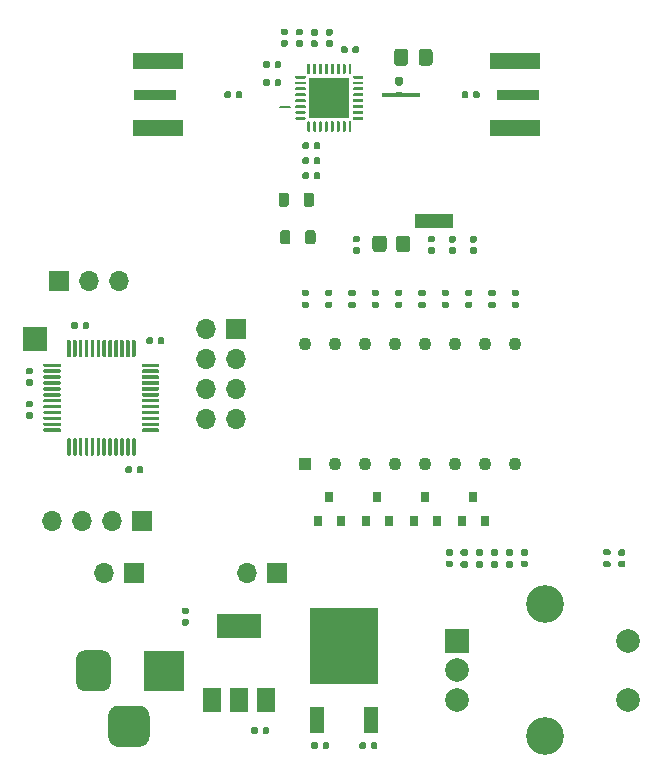
<source format=gts>
G04 #@! TF.GenerationSoftware,KiCad,Pcbnew,(5.1.10)-1*
G04 #@! TF.CreationDate,2021-09-22T21:53:00-04:00*
G04 #@! TF.ProjectId,rf-vga,72662d76-6761-42e6-9b69-6361645f7063,rev?*
G04 #@! TF.SameCoordinates,Original*
G04 #@! TF.FileFunction,Soldermask,Top*
G04 #@! TF.FilePolarity,Negative*
%FSLAX46Y46*%
G04 Gerber Fmt 4.6, Leading zero omitted, Abs format (unit mm)*
G04 Created by KiCad (PCBNEW (5.1.10)-1) date 2021-09-22 21:53:00*
%MOMM*%
%LPD*%
G01*
G04 APERTURE LIST*
%ADD10C,0.150000*%
%ADD11O,1.700000X1.700000*%
%ADD12R,1.700000X1.700000*%
%ADD13R,3.300000X1.270000*%
%ADD14R,3.300000X0.400000*%
%ADD15R,3.500000X3.500000*%
%ADD16R,2.000000X2.000000*%
%ADD17C,2.000000*%
%ADD18C,3.200000*%
%ADD19R,5.800000X6.400000*%
%ADD20R,1.200000X2.200000*%
%ADD21R,3.600000X0.900000*%
%ADD22R,4.200000X1.350000*%
%ADD23R,1.500000X2.000000*%
%ADD24R,3.800000X2.000000*%
%ADD25R,3.450000X3.450000*%
%ADD26R,0.800000X0.900000*%
%ADD27C,1.100000*%
%ADD28R,1.100000X1.100000*%
G04 APERTURE END LIST*
D10*
X186309000Y-79248000D02*
X187198000Y-79248000D01*
G36*
G01*
X195348400Y-90405799D02*
X195348400Y-91305801D01*
G75*
G02*
X195098401Y-91555800I-249999J0D01*
G01*
X194398399Y-91555800D01*
G75*
G02*
X194148400Y-91305801I0J249999D01*
G01*
X194148400Y-90405799D01*
G75*
G02*
X194398399Y-90155800I249999J0D01*
G01*
X195098401Y-90155800D01*
G75*
G02*
X195348400Y-90405799I0J-249999D01*
G01*
G37*
G36*
G01*
X197348400Y-90405799D02*
X197348400Y-91305801D01*
G75*
G02*
X197098401Y-91555800I-249999J0D01*
G01*
X196398399Y-91555800D01*
G75*
G02*
X196148400Y-91305801I0J249999D01*
G01*
X196148400Y-90405799D01*
G75*
G02*
X196398399Y-90155800I249999J0D01*
G01*
X197098401Y-90155800D01*
G75*
G02*
X197348400Y-90405799I0J-249999D01*
G01*
G37*
G36*
G01*
X187208000Y-89915750D02*
X187208000Y-90678250D01*
G75*
G02*
X186989250Y-90897000I-218750J0D01*
G01*
X186551750Y-90897000D01*
G75*
G02*
X186333000Y-90678250I0J218750D01*
G01*
X186333000Y-89915750D01*
G75*
G02*
X186551750Y-89697000I218750J0D01*
G01*
X186989250Y-89697000D01*
G75*
G02*
X187208000Y-89915750I0J-218750D01*
G01*
G37*
G36*
G01*
X189333000Y-89915750D02*
X189333000Y-90678250D01*
G75*
G02*
X189114250Y-90897000I-218750J0D01*
G01*
X188676750Y-90897000D01*
G75*
G02*
X188458000Y-90678250I0J218750D01*
G01*
X188458000Y-89915750D01*
G75*
G02*
X188676750Y-89697000I218750J0D01*
G01*
X189114250Y-89697000D01*
G75*
G02*
X189333000Y-89915750I0J-218750D01*
G01*
G37*
G36*
G01*
X187081000Y-86740750D02*
X187081000Y-87503250D01*
G75*
G02*
X186862250Y-87722000I-218750J0D01*
G01*
X186424750Y-87722000D01*
G75*
G02*
X186206000Y-87503250I0J218750D01*
G01*
X186206000Y-86740750D01*
G75*
G02*
X186424750Y-86522000I218750J0D01*
G01*
X186862250Y-86522000D01*
G75*
G02*
X187081000Y-86740750I0J-218750D01*
G01*
G37*
G36*
G01*
X189206000Y-86740750D02*
X189206000Y-87503250D01*
G75*
G02*
X188987250Y-87722000I-218750J0D01*
G01*
X188549750Y-87722000D01*
G75*
G02*
X188331000Y-87503250I0J218750D01*
G01*
X188331000Y-86740750D01*
G75*
G02*
X188549750Y-86522000I218750J0D01*
G01*
X188987250Y-86522000D01*
G75*
G02*
X189206000Y-86740750I0J-218750D01*
G01*
G37*
G36*
G01*
X198062000Y-75531725D02*
X198062000Y-74582275D01*
G75*
G02*
X198312275Y-74332000I250275J0D01*
G01*
X198986725Y-74332000D01*
G75*
G02*
X199237000Y-74582275I0J-250275D01*
G01*
X199237000Y-75531725D01*
G75*
G02*
X198986725Y-75782000I-250275J0D01*
G01*
X198312275Y-75782000D01*
G75*
G02*
X198062000Y-75531725I0J250275D01*
G01*
G37*
G36*
G01*
X195987000Y-75532000D02*
X195987000Y-74582000D01*
G75*
G02*
X196237000Y-74332000I250000J0D01*
G01*
X196912000Y-74332000D01*
G75*
G02*
X197162000Y-74582000I0J-250000D01*
G01*
X197162000Y-75532000D01*
G75*
G02*
X196912000Y-75782000I-250000J0D01*
G01*
X196237000Y-75782000D01*
G75*
G02*
X195987000Y-75532000I0J250000D01*
G01*
G37*
G36*
G01*
X196578200Y-77462880D02*
X196258200Y-77462880D01*
G75*
G02*
X196098200Y-77302880I0J160000D01*
G01*
X196098200Y-76857880D01*
G75*
G02*
X196258200Y-76697880I160000J0D01*
G01*
X196578200Y-76697880D01*
G75*
G02*
X196738200Y-76857880I0J-160000D01*
G01*
X196738200Y-77302880D01*
G75*
G02*
X196578200Y-77462880I-160000J0D01*
G01*
G37*
G36*
G01*
X196668200Y-78425380D02*
X196168200Y-78425380D01*
G75*
G02*
X196068200Y-78325380I0J100000D01*
G01*
X196068200Y-78125380D01*
G75*
G02*
X196168200Y-78025380I100000J0D01*
G01*
X196668200Y-78025380D01*
G75*
G02*
X196768200Y-78125380I0J-100000D01*
G01*
X196768200Y-78325380D01*
G75*
G02*
X196668200Y-78425380I-100000J0D01*
G01*
G37*
G36*
G01*
X175968000Y-99230000D02*
X175968000Y-98890000D01*
G75*
G02*
X176108000Y-98750000I140000J0D01*
G01*
X176388000Y-98750000D01*
G75*
G02*
X176528000Y-98890000I0J-140000D01*
G01*
X176528000Y-99230000D01*
G75*
G02*
X176388000Y-99370000I-140000J0D01*
G01*
X176108000Y-99370000D01*
G75*
G02*
X175968000Y-99230000I0J140000D01*
G01*
G37*
G36*
G01*
X175008000Y-99230000D02*
X175008000Y-98890000D01*
G75*
G02*
X175148000Y-98750000I140000J0D01*
G01*
X175428000Y-98750000D01*
G75*
G02*
X175568000Y-98890000I0J-140000D01*
G01*
X175568000Y-99230000D01*
G75*
G02*
X175428000Y-99370000I-140000J0D01*
G01*
X175148000Y-99370000D01*
G75*
G02*
X175008000Y-99230000I0J140000D01*
G01*
G37*
G36*
G01*
X168296000Y-100386000D02*
X168296000Y-99061000D01*
G75*
G02*
X168371000Y-98986000I75000J0D01*
G01*
X168521000Y-98986000D01*
G75*
G02*
X168596000Y-99061000I0J-75000D01*
G01*
X168596000Y-100386000D01*
G75*
G02*
X168521000Y-100461000I-75000J0D01*
G01*
X168371000Y-100461000D01*
G75*
G02*
X168296000Y-100386000I0J75000D01*
G01*
G37*
G36*
G01*
X168796000Y-100386000D02*
X168796000Y-99061000D01*
G75*
G02*
X168871000Y-98986000I75000J0D01*
G01*
X169021000Y-98986000D01*
G75*
G02*
X169096000Y-99061000I0J-75000D01*
G01*
X169096000Y-100386000D01*
G75*
G02*
X169021000Y-100461000I-75000J0D01*
G01*
X168871000Y-100461000D01*
G75*
G02*
X168796000Y-100386000I0J75000D01*
G01*
G37*
G36*
G01*
X169296000Y-100386000D02*
X169296000Y-99061000D01*
G75*
G02*
X169371000Y-98986000I75000J0D01*
G01*
X169521000Y-98986000D01*
G75*
G02*
X169596000Y-99061000I0J-75000D01*
G01*
X169596000Y-100386000D01*
G75*
G02*
X169521000Y-100461000I-75000J0D01*
G01*
X169371000Y-100461000D01*
G75*
G02*
X169296000Y-100386000I0J75000D01*
G01*
G37*
G36*
G01*
X169796000Y-100386000D02*
X169796000Y-99061000D01*
G75*
G02*
X169871000Y-98986000I75000J0D01*
G01*
X170021000Y-98986000D01*
G75*
G02*
X170096000Y-99061000I0J-75000D01*
G01*
X170096000Y-100386000D01*
G75*
G02*
X170021000Y-100461000I-75000J0D01*
G01*
X169871000Y-100461000D01*
G75*
G02*
X169796000Y-100386000I0J75000D01*
G01*
G37*
G36*
G01*
X170296000Y-100386000D02*
X170296000Y-99061000D01*
G75*
G02*
X170371000Y-98986000I75000J0D01*
G01*
X170521000Y-98986000D01*
G75*
G02*
X170596000Y-99061000I0J-75000D01*
G01*
X170596000Y-100386000D01*
G75*
G02*
X170521000Y-100461000I-75000J0D01*
G01*
X170371000Y-100461000D01*
G75*
G02*
X170296000Y-100386000I0J75000D01*
G01*
G37*
G36*
G01*
X170796000Y-100386000D02*
X170796000Y-99061000D01*
G75*
G02*
X170871000Y-98986000I75000J0D01*
G01*
X171021000Y-98986000D01*
G75*
G02*
X171096000Y-99061000I0J-75000D01*
G01*
X171096000Y-100386000D01*
G75*
G02*
X171021000Y-100461000I-75000J0D01*
G01*
X170871000Y-100461000D01*
G75*
G02*
X170796000Y-100386000I0J75000D01*
G01*
G37*
G36*
G01*
X171296000Y-100386000D02*
X171296000Y-99061000D01*
G75*
G02*
X171371000Y-98986000I75000J0D01*
G01*
X171521000Y-98986000D01*
G75*
G02*
X171596000Y-99061000I0J-75000D01*
G01*
X171596000Y-100386000D01*
G75*
G02*
X171521000Y-100461000I-75000J0D01*
G01*
X171371000Y-100461000D01*
G75*
G02*
X171296000Y-100386000I0J75000D01*
G01*
G37*
G36*
G01*
X171796000Y-100386000D02*
X171796000Y-99061000D01*
G75*
G02*
X171871000Y-98986000I75000J0D01*
G01*
X172021000Y-98986000D01*
G75*
G02*
X172096000Y-99061000I0J-75000D01*
G01*
X172096000Y-100386000D01*
G75*
G02*
X172021000Y-100461000I-75000J0D01*
G01*
X171871000Y-100461000D01*
G75*
G02*
X171796000Y-100386000I0J75000D01*
G01*
G37*
G36*
G01*
X172296000Y-100386000D02*
X172296000Y-99061000D01*
G75*
G02*
X172371000Y-98986000I75000J0D01*
G01*
X172521000Y-98986000D01*
G75*
G02*
X172596000Y-99061000I0J-75000D01*
G01*
X172596000Y-100386000D01*
G75*
G02*
X172521000Y-100461000I-75000J0D01*
G01*
X172371000Y-100461000D01*
G75*
G02*
X172296000Y-100386000I0J75000D01*
G01*
G37*
G36*
G01*
X172796000Y-100386000D02*
X172796000Y-99061000D01*
G75*
G02*
X172871000Y-98986000I75000J0D01*
G01*
X173021000Y-98986000D01*
G75*
G02*
X173096000Y-99061000I0J-75000D01*
G01*
X173096000Y-100386000D01*
G75*
G02*
X173021000Y-100461000I-75000J0D01*
G01*
X172871000Y-100461000D01*
G75*
G02*
X172796000Y-100386000I0J75000D01*
G01*
G37*
G36*
G01*
X173296000Y-100386000D02*
X173296000Y-99061000D01*
G75*
G02*
X173371000Y-98986000I75000J0D01*
G01*
X173521000Y-98986000D01*
G75*
G02*
X173596000Y-99061000I0J-75000D01*
G01*
X173596000Y-100386000D01*
G75*
G02*
X173521000Y-100461000I-75000J0D01*
G01*
X173371000Y-100461000D01*
G75*
G02*
X173296000Y-100386000I0J75000D01*
G01*
G37*
G36*
G01*
X173796000Y-100386000D02*
X173796000Y-99061000D01*
G75*
G02*
X173871000Y-98986000I75000J0D01*
G01*
X174021000Y-98986000D01*
G75*
G02*
X174096000Y-99061000I0J-75000D01*
G01*
X174096000Y-100386000D01*
G75*
G02*
X174021000Y-100461000I-75000J0D01*
G01*
X173871000Y-100461000D01*
G75*
G02*
X173796000Y-100386000I0J75000D01*
G01*
G37*
G36*
G01*
X174621000Y-101211000D02*
X174621000Y-101061000D01*
G75*
G02*
X174696000Y-100986000I75000J0D01*
G01*
X176021000Y-100986000D01*
G75*
G02*
X176096000Y-101061000I0J-75000D01*
G01*
X176096000Y-101211000D01*
G75*
G02*
X176021000Y-101286000I-75000J0D01*
G01*
X174696000Y-101286000D01*
G75*
G02*
X174621000Y-101211000I0J75000D01*
G01*
G37*
G36*
G01*
X174621000Y-101711000D02*
X174621000Y-101561000D01*
G75*
G02*
X174696000Y-101486000I75000J0D01*
G01*
X176021000Y-101486000D01*
G75*
G02*
X176096000Y-101561000I0J-75000D01*
G01*
X176096000Y-101711000D01*
G75*
G02*
X176021000Y-101786000I-75000J0D01*
G01*
X174696000Y-101786000D01*
G75*
G02*
X174621000Y-101711000I0J75000D01*
G01*
G37*
G36*
G01*
X174621000Y-102211000D02*
X174621000Y-102061000D01*
G75*
G02*
X174696000Y-101986000I75000J0D01*
G01*
X176021000Y-101986000D01*
G75*
G02*
X176096000Y-102061000I0J-75000D01*
G01*
X176096000Y-102211000D01*
G75*
G02*
X176021000Y-102286000I-75000J0D01*
G01*
X174696000Y-102286000D01*
G75*
G02*
X174621000Y-102211000I0J75000D01*
G01*
G37*
G36*
G01*
X174621000Y-102711000D02*
X174621000Y-102561000D01*
G75*
G02*
X174696000Y-102486000I75000J0D01*
G01*
X176021000Y-102486000D01*
G75*
G02*
X176096000Y-102561000I0J-75000D01*
G01*
X176096000Y-102711000D01*
G75*
G02*
X176021000Y-102786000I-75000J0D01*
G01*
X174696000Y-102786000D01*
G75*
G02*
X174621000Y-102711000I0J75000D01*
G01*
G37*
G36*
G01*
X174621000Y-103211000D02*
X174621000Y-103061000D01*
G75*
G02*
X174696000Y-102986000I75000J0D01*
G01*
X176021000Y-102986000D01*
G75*
G02*
X176096000Y-103061000I0J-75000D01*
G01*
X176096000Y-103211000D01*
G75*
G02*
X176021000Y-103286000I-75000J0D01*
G01*
X174696000Y-103286000D01*
G75*
G02*
X174621000Y-103211000I0J75000D01*
G01*
G37*
G36*
G01*
X174621000Y-103711000D02*
X174621000Y-103561000D01*
G75*
G02*
X174696000Y-103486000I75000J0D01*
G01*
X176021000Y-103486000D01*
G75*
G02*
X176096000Y-103561000I0J-75000D01*
G01*
X176096000Y-103711000D01*
G75*
G02*
X176021000Y-103786000I-75000J0D01*
G01*
X174696000Y-103786000D01*
G75*
G02*
X174621000Y-103711000I0J75000D01*
G01*
G37*
G36*
G01*
X174621000Y-104211000D02*
X174621000Y-104061000D01*
G75*
G02*
X174696000Y-103986000I75000J0D01*
G01*
X176021000Y-103986000D01*
G75*
G02*
X176096000Y-104061000I0J-75000D01*
G01*
X176096000Y-104211000D01*
G75*
G02*
X176021000Y-104286000I-75000J0D01*
G01*
X174696000Y-104286000D01*
G75*
G02*
X174621000Y-104211000I0J75000D01*
G01*
G37*
G36*
G01*
X174621000Y-104711000D02*
X174621000Y-104561000D01*
G75*
G02*
X174696000Y-104486000I75000J0D01*
G01*
X176021000Y-104486000D01*
G75*
G02*
X176096000Y-104561000I0J-75000D01*
G01*
X176096000Y-104711000D01*
G75*
G02*
X176021000Y-104786000I-75000J0D01*
G01*
X174696000Y-104786000D01*
G75*
G02*
X174621000Y-104711000I0J75000D01*
G01*
G37*
G36*
G01*
X174621000Y-105211000D02*
X174621000Y-105061000D01*
G75*
G02*
X174696000Y-104986000I75000J0D01*
G01*
X176021000Y-104986000D01*
G75*
G02*
X176096000Y-105061000I0J-75000D01*
G01*
X176096000Y-105211000D01*
G75*
G02*
X176021000Y-105286000I-75000J0D01*
G01*
X174696000Y-105286000D01*
G75*
G02*
X174621000Y-105211000I0J75000D01*
G01*
G37*
G36*
G01*
X174621000Y-105711000D02*
X174621000Y-105561000D01*
G75*
G02*
X174696000Y-105486000I75000J0D01*
G01*
X176021000Y-105486000D01*
G75*
G02*
X176096000Y-105561000I0J-75000D01*
G01*
X176096000Y-105711000D01*
G75*
G02*
X176021000Y-105786000I-75000J0D01*
G01*
X174696000Y-105786000D01*
G75*
G02*
X174621000Y-105711000I0J75000D01*
G01*
G37*
G36*
G01*
X174621000Y-106211000D02*
X174621000Y-106061000D01*
G75*
G02*
X174696000Y-105986000I75000J0D01*
G01*
X176021000Y-105986000D01*
G75*
G02*
X176096000Y-106061000I0J-75000D01*
G01*
X176096000Y-106211000D01*
G75*
G02*
X176021000Y-106286000I-75000J0D01*
G01*
X174696000Y-106286000D01*
G75*
G02*
X174621000Y-106211000I0J75000D01*
G01*
G37*
G36*
G01*
X174621000Y-106711000D02*
X174621000Y-106561000D01*
G75*
G02*
X174696000Y-106486000I75000J0D01*
G01*
X176021000Y-106486000D01*
G75*
G02*
X176096000Y-106561000I0J-75000D01*
G01*
X176096000Y-106711000D01*
G75*
G02*
X176021000Y-106786000I-75000J0D01*
G01*
X174696000Y-106786000D01*
G75*
G02*
X174621000Y-106711000I0J75000D01*
G01*
G37*
G36*
G01*
X173796000Y-108711000D02*
X173796000Y-107386000D01*
G75*
G02*
X173871000Y-107311000I75000J0D01*
G01*
X174021000Y-107311000D01*
G75*
G02*
X174096000Y-107386000I0J-75000D01*
G01*
X174096000Y-108711000D01*
G75*
G02*
X174021000Y-108786000I-75000J0D01*
G01*
X173871000Y-108786000D01*
G75*
G02*
X173796000Y-108711000I0J75000D01*
G01*
G37*
G36*
G01*
X173296000Y-108711000D02*
X173296000Y-107386000D01*
G75*
G02*
X173371000Y-107311000I75000J0D01*
G01*
X173521000Y-107311000D01*
G75*
G02*
X173596000Y-107386000I0J-75000D01*
G01*
X173596000Y-108711000D01*
G75*
G02*
X173521000Y-108786000I-75000J0D01*
G01*
X173371000Y-108786000D01*
G75*
G02*
X173296000Y-108711000I0J75000D01*
G01*
G37*
G36*
G01*
X172796000Y-108711000D02*
X172796000Y-107386000D01*
G75*
G02*
X172871000Y-107311000I75000J0D01*
G01*
X173021000Y-107311000D01*
G75*
G02*
X173096000Y-107386000I0J-75000D01*
G01*
X173096000Y-108711000D01*
G75*
G02*
X173021000Y-108786000I-75000J0D01*
G01*
X172871000Y-108786000D01*
G75*
G02*
X172796000Y-108711000I0J75000D01*
G01*
G37*
G36*
G01*
X172296000Y-108711000D02*
X172296000Y-107386000D01*
G75*
G02*
X172371000Y-107311000I75000J0D01*
G01*
X172521000Y-107311000D01*
G75*
G02*
X172596000Y-107386000I0J-75000D01*
G01*
X172596000Y-108711000D01*
G75*
G02*
X172521000Y-108786000I-75000J0D01*
G01*
X172371000Y-108786000D01*
G75*
G02*
X172296000Y-108711000I0J75000D01*
G01*
G37*
G36*
G01*
X171796000Y-108711000D02*
X171796000Y-107386000D01*
G75*
G02*
X171871000Y-107311000I75000J0D01*
G01*
X172021000Y-107311000D01*
G75*
G02*
X172096000Y-107386000I0J-75000D01*
G01*
X172096000Y-108711000D01*
G75*
G02*
X172021000Y-108786000I-75000J0D01*
G01*
X171871000Y-108786000D01*
G75*
G02*
X171796000Y-108711000I0J75000D01*
G01*
G37*
G36*
G01*
X171296000Y-108711000D02*
X171296000Y-107386000D01*
G75*
G02*
X171371000Y-107311000I75000J0D01*
G01*
X171521000Y-107311000D01*
G75*
G02*
X171596000Y-107386000I0J-75000D01*
G01*
X171596000Y-108711000D01*
G75*
G02*
X171521000Y-108786000I-75000J0D01*
G01*
X171371000Y-108786000D01*
G75*
G02*
X171296000Y-108711000I0J75000D01*
G01*
G37*
G36*
G01*
X170796000Y-108711000D02*
X170796000Y-107386000D01*
G75*
G02*
X170871000Y-107311000I75000J0D01*
G01*
X171021000Y-107311000D01*
G75*
G02*
X171096000Y-107386000I0J-75000D01*
G01*
X171096000Y-108711000D01*
G75*
G02*
X171021000Y-108786000I-75000J0D01*
G01*
X170871000Y-108786000D01*
G75*
G02*
X170796000Y-108711000I0J75000D01*
G01*
G37*
G36*
G01*
X170296000Y-108711000D02*
X170296000Y-107386000D01*
G75*
G02*
X170371000Y-107311000I75000J0D01*
G01*
X170521000Y-107311000D01*
G75*
G02*
X170596000Y-107386000I0J-75000D01*
G01*
X170596000Y-108711000D01*
G75*
G02*
X170521000Y-108786000I-75000J0D01*
G01*
X170371000Y-108786000D01*
G75*
G02*
X170296000Y-108711000I0J75000D01*
G01*
G37*
G36*
G01*
X169796000Y-108711000D02*
X169796000Y-107386000D01*
G75*
G02*
X169871000Y-107311000I75000J0D01*
G01*
X170021000Y-107311000D01*
G75*
G02*
X170096000Y-107386000I0J-75000D01*
G01*
X170096000Y-108711000D01*
G75*
G02*
X170021000Y-108786000I-75000J0D01*
G01*
X169871000Y-108786000D01*
G75*
G02*
X169796000Y-108711000I0J75000D01*
G01*
G37*
G36*
G01*
X169296000Y-108711000D02*
X169296000Y-107386000D01*
G75*
G02*
X169371000Y-107311000I75000J0D01*
G01*
X169521000Y-107311000D01*
G75*
G02*
X169596000Y-107386000I0J-75000D01*
G01*
X169596000Y-108711000D01*
G75*
G02*
X169521000Y-108786000I-75000J0D01*
G01*
X169371000Y-108786000D01*
G75*
G02*
X169296000Y-108711000I0J75000D01*
G01*
G37*
G36*
G01*
X168796000Y-108711000D02*
X168796000Y-107386000D01*
G75*
G02*
X168871000Y-107311000I75000J0D01*
G01*
X169021000Y-107311000D01*
G75*
G02*
X169096000Y-107386000I0J-75000D01*
G01*
X169096000Y-108711000D01*
G75*
G02*
X169021000Y-108786000I-75000J0D01*
G01*
X168871000Y-108786000D01*
G75*
G02*
X168796000Y-108711000I0J75000D01*
G01*
G37*
G36*
G01*
X168296000Y-108711000D02*
X168296000Y-107386000D01*
G75*
G02*
X168371000Y-107311000I75000J0D01*
G01*
X168521000Y-107311000D01*
G75*
G02*
X168596000Y-107386000I0J-75000D01*
G01*
X168596000Y-108711000D01*
G75*
G02*
X168521000Y-108786000I-75000J0D01*
G01*
X168371000Y-108786000D01*
G75*
G02*
X168296000Y-108711000I0J75000D01*
G01*
G37*
G36*
G01*
X166296000Y-106711000D02*
X166296000Y-106561000D01*
G75*
G02*
X166371000Y-106486000I75000J0D01*
G01*
X167696000Y-106486000D01*
G75*
G02*
X167771000Y-106561000I0J-75000D01*
G01*
X167771000Y-106711000D01*
G75*
G02*
X167696000Y-106786000I-75000J0D01*
G01*
X166371000Y-106786000D01*
G75*
G02*
X166296000Y-106711000I0J75000D01*
G01*
G37*
G36*
G01*
X166296000Y-106211000D02*
X166296000Y-106061000D01*
G75*
G02*
X166371000Y-105986000I75000J0D01*
G01*
X167696000Y-105986000D01*
G75*
G02*
X167771000Y-106061000I0J-75000D01*
G01*
X167771000Y-106211000D01*
G75*
G02*
X167696000Y-106286000I-75000J0D01*
G01*
X166371000Y-106286000D01*
G75*
G02*
X166296000Y-106211000I0J75000D01*
G01*
G37*
G36*
G01*
X166296000Y-105711000D02*
X166296000Y-105561000D01*
G75*
G02*
X166371000Y-105486000I75000J0D01*
G01*
X167696000Y-105486000D01*
G75*
G02*
X167771000Y-105561000I0J-75000D01*
G01*
X167771000Y-105711000D01*
G75*
G02*
X167696000Y-105786000I-75000J0D01*
G01*
X166371000Y-105786000D01*
G75*
G02*
X166296000Y-105711000I0J75000D01*
G01*
G37*
G36*
G01*
X166296000Y-105211000D02*
X166296000Y-105061000D01*
G75*
G02*
X166371000Y-104986000I75000J0D01*
G01*
X167696000Y-104986000D01*
G75*
G02*
X167771000Y-105061000I0J-75000D01*
G01*
X167771000Y-105211000D01*
G75*
G02*
X167696000Y-105286000I-75000J0D01*
G01*
X166371000Y-105286000D01*
G75*
G02*
X166296000Y-105211000I0J75000D01*
G01*
G37*
G36*
G01*
X166296000Y-104711000D02*
X166296000Y-104561000D01*
G75*
G02*
X166371000Y-104486000I75000J0D01*
G01*
X167696000Y-104486000D01*
G75*
G02*
X167771000Y-104561000I0J-75000D01*
G01*
X167771000Y-104711000D01*
G75*
G02*
X167696000Y-104786000I-75000J0D01*
G01*
X166371000Y-104786000D01*
G75*
G02*
X166296000Y-104711000I0J75000D01*
G01*
G37*
G36*
G01*
X166296000Y-104211000D02*
X166296000Y-104061000D01*
G75*
G02*
X166371000Y-103986000I75000J0D01*
G01*
X167696000Y-103986000D01*
G75*
G02*
X167771000Y-104061000I0J-75000D01*
G01*
X167771000Y-104211000D01*
G75*
G02*
X167696000Y-104286000I-75000J0D01*
G01*
X166371000Y-104286000D01*
G75*
G02*
X166296000Y-104211000I0J75000D01*
G01*
G37*
G36*
G01*
X166296000Y-103711000D02*
X166296000Y-103561000D01*
G75*
G02*
X166371000Y-103486000I75000J0D01*
G01*
X167696000Y-103486000D01*
G75*
G02*
X167771000Y-103561000I0J-75000D01*
G01*
X167771000Y-103711000D01*
G75*
G02*
X167696000Y-103786000I-75000J0D01*
G01*
X166371000Y-103786000D01*
G75*
G02*
X166296000Y-103711000I0J75000D01*
G01*
G37*
G36*
G01*
X166296000Y-103211000D02*
X166296000Y-103061000D01*
G75*
G02*
X166371000Y-102986000I75000J0D01*
G01*
X167696000Y-102986000D01*
G75*
G02*
X167771000Y-103061000I0J-75000D01*
G01*
X167771000Y-103211000D01*
G75*
G02*
X167696000Y-103286000I-75000J0D01*
G01*
X166371000Y-103286000D01*
G75*
G02*
X166296000Y-103211000I0J75000D01*
G01*
G37*
G36*
G01*
X166296000Y-102711000D02*
X166296000Y-102561000D01*
G75*
G02*
X166371000Y-102486000I75000J0D01*
G01*
X167696000Y-102486000D01*
G75*
G02*
X167771000Y-102561000I0J-75000D01*
G01*
X167771000Y-102711000D01*
G75*
G02*
X167696000Y-102786000I-75000J0D01*
G01*
X166371000Y-102786000D01*
G75*
G02*
X166296000Y-102711000I0J75000D01*
G01*
G37*
G36*
G01*
X166296000Y-102211000D02*
X166296000Y-102061000D01*
G75*
G02*
X166371000Y-101986000I75000J0D01*
G01*
X167696000Y-101986000D01*
G75*
G02*
X167771000Y-102061000I0J-75000D01*
G01*
X167771000Y-102211000D01*
G75*
G02*
X167696000Y-102286000I-75000J0D01*
G01*
X166371000Y-102286000D01*
G75*
G02*
X166296000Y-102211000I0J75000D01*
G01*
G37*
G36*
G01*
X166296000Y-101711000D02*
X166296000Y-101561000D01*
G75*
G02*
X166371000Y-101486000I75000J0D01*
G01*
X167696000Y-101486000D01*
G75*
G02*
X167771000Y-101561000I0J-75000D01*
G01*
X167771000Y-101711000D01*
G75*
G02*
X167696000Y-101786000I-75000J0D01*
G01*
X166371000Y-101786000D01*
G75*
G02*
X166296000Y-101711000I0J75000D01*
G01*
G37*
G36*
G01*
X166296000Y-101211000D02*
X166296000Y-101061000D01*
G75*
G02*
X166371000Y-100986000I75000J0D01*
G01*
X167696000Y-100986000D01*
G75*
G02*
X167771000Y-101061000I0J-75000D01*
G01*
X167771000Y-101211000D01*
G75*
G02*
X167696000Y-101286000I-75000J0D01*
G01*
X166371000Y-101286000D01*
G75*
G02*
X166296000Y-101211000I0J75000D01*
G01*
G37*
D11*
X180086000Y-105664000D03*
X182626000Y-105664000D03*
X180086000Y-103124000D03*
X182626000Y-103124000D03*
X180086000Y-100584000D03*
X182626000Y-100584000D03*
X180086000Y-98044000D03*
D12*
X182626000Y-98044000D03*
G36*
G01*
X194209665Y-95744000D02*
X194579665Y-95744000D01*
G75*
G02*
X194714665Y-95879000I0J-135000D01*
G01*
X194714665Y-96149000D01*
G75*
G02*
X194579665Y-96284000I-135000J0D01*
G01*
X194209665Y-96284000D01*
G75*
G02*
X194074665Y-96149000I0J135000D01*
G01*
X194074665Y-95879000D01*
G75*
G02*
X194209665Y-95744000I135000J0D01*
G01*
G37*
G36*
G01*
X194209665Y-94724000D02*
X194579665Y-94724000D01*
G75*
G02*
X194714665Y-94859000I0J-135000D01*
G01*
X194714665Y-95129000D01*
G75*
G02*
X194579665Y-95264000I-135000J0D01*
G01*
X194209665Y-95264000D01*
G75*
G02*
X194074665Y-95129000I0J135000D01*
G01*
X194074665Y-94859000D01*
G75*
G02*
X194209665Y-94724000I135000J0D01*
G01*
G37*
G36*
G01*
X188283000Y-95744000D02*
X188653000Y-95744000D01*
G75*
G02*
X188788000Y-95879000I0J-135000D01*
G01*
X188788000Y-96149000D01*
G75*
G02*
X188653000Y-96284000I-135000J0D01*
G01*
X188283000Y-96284000D01*
G75*
G02*
X188148000Y-96149000I0J135000D01*
G01*
X188148000Y-95879000D01*
G75*
G02*
X188283000Y-95744000I135000J0D01*
G01*
G37*
G36*
G01*
X188283000Y-94724000D02*
X188653000Y-94724000D01*
G75*
G02*
X188788000Y-94859000I0J-135000D01*
G01*
X188788000Y-95129000D01*
G75*
G02*
X188653000Y-95264000I-135000J0D01*
G01*
X188283000Y-95264000D01*
G75*
G02*
X188148000Y-95129000I0J135000D01*
G01*
X188148000Y-94859000D01*
G75*
G02*
X188283000Y-94724000I135000J0D01*
G01*
G37*
G36*
G01*
X196185220Y-95744000D02*
X196555220Y-95744000D01*
G75*
G02*
X196690220Y-95879000I0J-135000D01*
G01*
X196690220Y-96149000D01*
G75*
G02*
X196555220Y-96284000I-135000J0D01*
G01*
X196185220Y-96284000D01*
G75*
G02*
X196050220Y-96149000I0J135000D01*
G01*
X196050220Y-95879000D01*
G75*
G02*
X196185220Y-95744000I135000J0D01*
G01*
G37*
G36*
G01*
X196185220Y-94724000D02*
X196555220Y-94724000D01*
G75*
G02*
X196690220Y-94859000I0J-135000D01*
G01*
X196690220Y-95129000D01*
G75*
G02*
X196555220Y-95264000I-135000J0D01*
G01*
X196185220Y-95264000D01*
G75*
G02*
X196050220Y-95129000I0J135000D01*
G01*
X196050220Y-94859000D01*
G75*
G02*
X196185220Y-94724000I135000J0D01*
G01*
G37*
G36*
G01*
X192234110Y-95744000D02*
X192604110Y-95744000D01*
G75*
G02*
X192739110Y-95879000I0J-135000D01*
G01*
X192739110Y-96149000D01*
G75*
G02*
X192604110Y-96284000I-135000J0D01*
G01*
X192234110Y-96284000D01*
G75*
G02*
X192099110Y-96149000I0J135000D01*
G01*
X192099110Y-95879000D01*
G75*
G02*
X192234110Y-95744000I135000J0D01*
G01*
G37*
G36*
G01*
X192234110Y-94724000D02*
X192604110Y-94724000D01*
G75*
G02*
X192739110Y-94859000I0J-135000D01*
G01*
X192739110Y-95129000D01*
G75*
G02*
X192604110Y-95264000I-135000J0D01*
G01*
X192234110Y-95264000D01*
G75*
G02*
X192099110Y-95129000I0J135000D01*
G01*
X192099110Y-94859000D01*
G75*
G02*
X192234110Y-94724000I135000J0D01*
G01*
G37*
G36*
G01*
X200136330Y-95744000D02*
X200506330Y-95744000D01*
G75*
G02*
X200641330Y-95879000I0J-135000D01*
G01*
X200641330Y-96149000D01*
G75*
G02*
X200506330Y-96284000I-135000J0D01*
G01*
X200136330Y-96284000D01*
G75*
G02*
X200001330Y-96149000I0J135000D01*
G01*
X200001330Y-95879000D01*
G75*
G02*
X200136330Y-95744000I135000J0D01*
G01*
G37*
G36*
G01*
X200136330Y-94724000D02*
X200506330Y-94724000D01*
G75*
G02*
X200641330Y-94859000I0J-135000D01*
G01*
X200641330Y-95129000D01*
G75*
G02*
X200506330Y-95264000I-135000J0D01*
G01*
X200136330Y-95264000D01*
G75*
G02*
X200001330Y-95129000I0J135000D01*
G01*
X200001330Y-94859000D01*
G75*
G02*
X200136330Y-94724000I135000J0D01*
G01*
G37*
G36*
G01*
X202111885Y-95744000D02*
X202481885Y-95744000D01*
G75*
G02*
X202616885Y-95879000I0J-135000D01*
G01*
X202616885Y-96149000D01*
G75*
G02*
X202481885Y-96284000I-135000J0D01*
G01*
X202111885Y-96284000D01*
G75*
G02*
X201976885Y-96149000I0J135000D01*
G01*
X201976885Y-95879000D01*
G75*
G02*
X202111885Y-95744000I135000J0D01*
G01*
G37*
G36*
G01*
X202111885Y-94724000D02*
X202481885Y-94724000D01*
G75*
G02*
X202616885Y-94859000I0J-135000D01*
G01*
X202616885Y-95129000D01*
G75*
G02*
X202481885Y-95264000I-135000J0D01*
G01*
X202111885Y-95264000D01*
G75*
G02*
X201976885Y-95129000I0J135000D01*
G01*
X201976885Y-94859000D01*
G75*
G02*
X202111885Y-94724000I135000J0D01*
G01*
G37*
G36*
G01*
X190258555Y-95744000D02*
X190628555Y-95744000D01*
G75*
G02*
X190763555Y-95879000I0J-135000D01*
G01*
X190763555Y-96149000D01*
G75*
G02*
X190628555Y-96284000I-135000J0D01*
G01*
X190258555Y-96284000D01*
G75*
G02*
X190123555Y-96149000I0J135000D01*
G01*
X190123555Y-95879000D01*
G75*
G02*
X190258555Y-95744000I135000J0D01*
G01*
G37*
G36*
G01*
X190258555Y-94724000D02*
X190628555Y-94724000D01*
G75*
G02*
X190763555Y-94859000I0J-135000D01*
G01*
X190763555Y-95129000D01*
G75*
G02*
X190628555Y-95264000I-135000J0D01*
G01*
X190258555Y-95264000D01*
G75*
G02*
X190123555Y-95129000I0J135000D01*
G01*
X190123555Y-94859000D01*
G75*
G02*
X190258555Y-94724000I135000J0D01*
G01*
G37*
G36*
G01*
X203383000Y-117255000D02*
X203013000Y-117255000D01*
G75*
G02*
X202878000Y-117120000I0J135000D01*
G01*
X202878000Y-116850000D01*
G75*
G02*
X203013000Y-116715000I135000J0D01*
G01*
X203383000Y-116715000D01*
G75*
G02*
X203518000Y-116850000I0J-135000D01*
G01*
X203518000Y-117120000D01*
G75*
G02*
X203383000Y-117255000I-135000J0D01*
G01*
G37*
G36*
G01*
X203383000Y-118275000D02*
X203013000Y-118275000D01*
G75*
G02*
X202878000Y-118140000I0J135000D01*
G01*
X202878000Y-117870000D01*
G75*
G02*
X203013000Y-117735000I135000J0D01*
G01*
X203383000Y-117735000D01*
G75*
G02*
X203518000Y-117870000I0J-135000D01*
G01*
X203518000Y-118140000D01*
G75*
G02*
X203383000Y-118275000I-135000J0D01*
G01*
G37*
G36*
G01*
X204087440Y-95744000D02*
X204457440Y-95744000D01*
G75*
G02*
X204592440Y-95879000I0J-135000D01*
G01*
X204592440Y-96149000D01*
G75*
G02*
X204457440Y-96284000I-135000J0D01*
G01*
X204087440Y-96284000D01*
G75*
G02*
X203952440Y-96149000I0J135000D01*
G01*
X203952440Y-95879000D01*
G75*
G02*
X204087440Y-95744000I135000J0D01*
G01*
G37*
G36*
G01*
X204087440Y-94724000D02*
X204457440Y-94724000D01*
G75*
G02*
X204592440Y-94859000I0J-135000D01*
G01*
X204592440Y-95129000D01*
G75*
G02*
X204457440Y-95264000I-135000J0D01*
G01*
X204087440Y-95264000D01*
G75*
G02*
X203952440Y-95129000I0J135000D01*
G01*
X203952440Y-94859000D01*
G75*
G02*
X204087440Y-94724000I135000J0D01*
G01*
G37*
G36*
G01*
X204657000Y-117255000D02*
X204287000Y-117255000D01*
G75*
G02*
X204152000Y-117120000I0J135000D01*
G01*
X204152000Y-116850000D01*
G75*
G02*
X204287000Y-116715000I135000J0D01*
G01*
X204657000Y-116715000D01*
G75*
G02*
X204792000Y-116850000I0J-135000D01*
G01*
X204792000Y-117120000D01*
G75*
G02*
X204657000Y-117255000I-135000J0D01*
G01*
G37*
G36*
G01*
X204657000Y-118275000D02*
X204287000Y-118275000D01*
G75*
G02*
X204152000Y-118140000I0J135000D01*
G01*
X204152000Y-117870000D01*
G75*
G02*
X204287000Y-117735000I135000J0D01*
G01*
X204657000Y-117735000D01*
G75*
G02*
X204792000Y-117870000I0J-135000D01*
G01*
X204792000Y-118140000D01*
G75*
G02*
X204657000Y-118275000I-135000J0D01*
G01*
G37*
G36*
G01*
X198160775Y-95744000D02*
X198530775Y-95744000D01*
G75*
G02*
X198665775Y-95879000I0J-135000D01*
G01*
X198665775Y-96149000D01*
G75*
G02*
X198530775Y-96284000I-135000J0D01*
G01*
X198160775Y-96284000D01*
G75*
G02*
X198025775Y-96149000I0J135000D01*
G01*
X198025775Y-95879000D01*
G75*
G02*
X198160775Y-95744000I135000J0D01*
G01*
G37*
G36*
G01*
X198160775Y-94724000D02*
X198530775Y-94724000D01*
G75*
G02*
X198665775Y-94859000I0J-135000D01*
G01*
X198665775Y-95129000D01*
G75*
G02*
X198530775Y-95264000I-135000J0D01*
G01*
X198160775Y-95264000D01*
G75*
G02*
X198025775Y-95129000I0J135000D01*
G01*
X198025775Y-94859000D01*
G75*
G02*
X198160775Y-94724000I135000J0D01*
G01*
G37*
G36*
G01*
X206063000Y-95744000D02*
X206433000Y-95744000D01*
G75*
G02*
X206568000Y-95879000I0J-135000D01*
G01*
X206568000Y-96149000D01*
G75*
G02*
X206433000Y-96284000I-135000J0D01*
G01*
X206063000Y-96284000D01*
G75*
G02*
X205928000Y-96149000I0J135000D01*
G01*
X205928000Y-95879000D01*
G75*
G02*
X206063000Y-95744000I135000J0D01*
G01*
G37*
G36*
G01*
X206063000Y-94724000D02*
X206433000Y-94724000D01*
G75*
G02*
X206568000Y-94859000I0J-135000D01*
G01*
X206568000Y-95129000D01*
G75*
G02*
X206433000Y-95264000I-135000J0D01*
G01*
X206063000Y-95264000D01*
G75*
G02*
X205928000Y-95129000I0J135000D01*
G01*
X205928000Y-94859000D01*
G75*
G02*
X206063000Y-94724000I135000J0D01*
G01*
G37*
G36*
G01*
X201739000Y-117735000D02*
X202109000Y-117735000D01*
G75*
G02*
X202244000Y-117870000I0J-135000D01*
G01*
X202244000Y-118140000D01*
G75*
G02*
X202109000Y-118275000I-135000J0D01*
G01*
X201739000Y-118275000D01*
G75*
G02*
X201604000Y-118140000I0J135000D01*
G01*
X201604000Y-117870000D01*
G75*
G02*
X201739000Y-117735000I135000J0D01*
G01*
G37*
G36*
G01*
X201739000Y-116715000D02*
X202109000Y-116715000D01*
G75*
G02*
X202244000Y-116850000I0J-135000D01*
G01*
X202244000Y-117120000D01*
G75*
G02*
X202109000Y-117255000I-135000J0D01*
G01*
X201739000Y-117255000D01*
G75*
G02*
X201604000Y-117120000I0J135000D01*
G01*
X201604000Y-116850000D01*
G75*
G02*
X201739000Y-116715000I135000J0D01*
G01*
G37*
G36*
G01*
X205561000Y-117735000D02*
X205931000Y-117735000D01*
G75*
G02*
X206066000Y-117870000I0J-135000D01*
G01*
X206066000Y-118140000D01*
G75*
G02*
X205931000Y-118275000I-135000J0D01*
G01*
X205561000Y-118275000D01*
G75*
G02*
X205426000Y-118140000I0J135000D01*
G01*
X205426000Y-117870000D01*
G75*
G02*
X205561000Y-117735000I135000J0D01*
G01*
G37*
G36*
G01*
X205561000Y-116715000D02*
X205931000Y-116715000D01*
G75*
G02*
X206066000Y-116850000I0J-135000D01*
G01*
X206066000Y-117120000D01*
G75*
G02*
X205931000Y-117255000I-135000J0D01*
G01*
X205561000Y-117255000D01*
G75*
G02*
X205426000Y-117120000I0J135000D01*
G01*
X205426000Y-116850000D01*
G75*
G02*
X205561000Y-116715000I135000J0D01*
G01*
G37*
G36*
G01*
X214180000Y-117235000D02*
X213810000Y-117235000D01*
G75*
G02*
X213675000Y-117100000I0J135000D01*
G01*
X213675000Y-116830000D01*
G75*
G02*
X213810000Y-116695000I135000J0D01*
G01*
X214180000Y-116695000D01*
G75*
G02*
X214315000Y-116830000I0J-135000D01*
G01*
X214315000Y-117100000D01*
G75*
G02*
X214180000Y-117235000I-135000J0D01*
G01*
G37*
G36*
G01*
X214180000Y-118255000D02*
X213810000Y-118255000D01*
G75*
G02*
X213675000Y-118120000I0J135000D01*
G01*
X213675000Y-117850000D01*
G75*
G02*
X213810000Y-117715000I135000J0D01*
G01*
X214180000Y-117715000D01*
G75*
G02*
X214315000Y-117850000I0J-135000D01*
G01*
X214315000Y-118120000D01*
G75*
G02*
X214180000Y-118255000I-135000J0D01*
G01*
G37*
G36*
G01*
X193615000Y-133180000D02*
X193615000Y-133520000D01*
G75*
G02*
X193475000Y-133660000I-140000J0D01*
G01*
X193195000Y-133660000D01*
G75*
G02*
X193055000Y-133520000I0J140000D01*
G01*
X193055000Y-133180000D01*
G75*
G02*
X193195000Y-133040000I140000J0D01*
G01*
X193475000Y-133040000D01*
G75*
G02*
X193615000Y-133180000I0J-140000D01*
G01*
G37*
G36*
G01*
X194575000Y-133180000D02*
X194575000Y-133520000D01*
G75*
G02*
X194435000Y-133660000I-140000J0D01*
G01*
X194155000Y-133660000D01*
G75*
G02*
X194015000Y-133520000I0J140000D01*
G01*
X194015000Y-133180000D01*
G75*
G02*
X194155000Y-133040000I140000J0D01*
G01*
X194435000Y-133040000D01*
G75*
G02*
X194575000Y-133180000I0J-140000D01*
G01*
G37*
G36*
G01*
X189925000Y-133520000D02*
X189925000Y-133180000D01*
G75*
G02*
X190065000Y-133040000I140000J0D01*
G01*
X190345000Y-133040000D01*
G75*
G02*
X190485000Y-133180000I0J-140000D01*
G01*
X190485000Y-133520000D01*
G75*
G02*
X190345000Y-133660000I-140000J0D01*
G01*
X190065000Y-133660000D01*
G75*
G02*
X189925000Y-133520000I0J140000D01*
G01*
G37*
G36*
G01*
X188965000Y-133520000D02*
X188965000Y-133180000D01*
G75*
G02*
X189105000Y-133040000I140000J0D01*
G01*
X189385000Y-133040000D01*
G75*
G02*
X189525000Y-133180000I0J-140000D01*
G01*
X189525000Y-133520000D01*
G75*
G02*
X189385000Y-133660000I-140000J0D01*
G01*
X189105000Y-133660000D01*
G75*
G02*
X188965000Y-133520000I0J140000D01*
G01*
G37*
G36*
G01*
X165270000Y-104702000D02*
X164930000Y-104702000D01*
G75*
G02*
X164790000Y-104562000I0J140000D01*
G01*
X164790000Y-104282000D01*
G75*
G02*
X164930000Y-104142000I140000J0D01*
G01*
X165270000Y-104142000D01*
G75*
G02*
X165410000Y-104282000I0J-140000D01*
G01*
X165410000Y-104562000D01*
G75*
G02*
X165270000Y-104702000I-140000J0D01*
G01*
G37*
G36*
G01*
X165270000Y-105662000D02*
X164930000Y-105662000D01*
G75*
G02*
X164790000Y-105522000I0J140000D01*
G01*
X164790000Y-105242000D01*
G75*
G02*
X164930000Y-105102000I140000J0D01*
G01*
X165270000Y-105102000D01*
G75*
G02*
X165410000Y-105242000I0J-140000D01*
G01*
X165410000Y-105522000D01*
G75*
G02*
X165270000Y-105662000I-140000J0D01*
G01*
G37*
G36*
G01*
X165270000Y-101908000D02*
X164930000Y-101908000D01*
G75*
G02*
X164790000Y-101768000I0J140000D01*
G01*
X164790000Y-101488000D01*
G75*
G02*
X164930000Y-101348000I140000J0D01*
G01*
X165270000Y-101348000D01*
G75*
G02*
X165410000Y-101488000I0J-140000D01*
G01*
X165410000Y-101768000D01*
G75*
G02*
X165270000Y-101908000I-140000J0D01*
G01*
G37*
G36*
G01*
X165270000Y-102868000D02*
X164930000Y-102868000D01*
G75*
G02*
X164790000Y-102728000I0J140000D01*
G01*
X164790000Y-102448000D01*
G75*
G02*
X164930000Y-102308000I140000J0D01*
G01*
X165270000Y-102308000D01*
G75*
G02*
X165410000Y-102448000I0J-140000D01*
G01*
X165410000Y-102728000D01*
G75*
G02*
X165270000Y-102868000I-140000J0D01*
G01*
G37*
G36*
G01*
X169605000Y-97960000D02*
X169605000Y-97620000D01*
G75*
G02*
X169745000Y-97480000I140000J0D01*
G01*
X170025000Y-97480000D01*
G75*
G02*
X170165000Y-97620000I0J-140000D01*
G01*
X170165000Y-97960000D01*
G75*
G02*
X170025000Y-98100000I-140000J0D01*
G01*
X169745000Y-98100000D01*
G75*
G02*
X169605000Y-97960000I0J140000D01*
G01*
G37*
G36*
G01*
X168645000Y-97960000D02*
X168645000Y-97620000D01*
G75*
G02*
X168785000Y-97480000I140000J0D01*
G01*
X169065000Y-97480000D01*
G75*
G02*
X169205000Y-97620000I0J-140000D01*
G01*
X169205000Y-97960000D01*
G75*
G02*
X169065000Y-98100000I-140000J0D01*
G01*
X168785000Y-98100000D01*
G75*
G02*
X168645000Y-97960000I0J140000D01*
G01*
G37*
G36*
G01*
X173790000Y-109812000D02*
X173790000Y-110152000D01*
G75*
G02*
X173650000Y-110292000I-140000J0D01*
G01*
X173370000Y-110292000D01*
G75*
G02*
X173230000Y-110152000I0J140000D01*
G01*
X173230000Y-109812000D01*
G75*
G02*
X173370000Y-109672000I140000J0D01*
G01*
X173650000Y-109672000D01*
G75*
G02*
X173790000Y-109812000I0J-140000D01*
G01*
G37*
G36*
G01*
X174750000Y-109812000D02*
X174750000Y-110152000D01*
G75*
G02*
X174610000Y-110292000I-140000J0D01*
G01*
X174330000Y-110292000D01*
G75*
G02*
X174190000Y-110152000I0J140000D01*
G01*
X174190000Y-109812000D01*
G75*
G02*
X174330000Y-109672000I140000J0D01*
G01*
X174610000Y-109672000D01*
G75*
G02*
X174750000Y-109812000I0J-140000D01*
G01*
G37*
G36*
G01*
X206840000Y-117675000D02*
X207180000Y-117675000D01*
G75*
G02*
X207320000Y-117815000I0J-140000D01*
G01*
X207320000Y-118095000D01*
G75*
G02*
X207180000Y-118235000I-140000J0D01*
G01*
X206840000Y-118235000D01*
G75*
G02*
X206700000Y-118095000I0J140000D01*
G01*
X206700000Y-117815000D01*
G75*
G02*
X206840000Y-117675000I140000J0D01*
G01*
G37*
G36*
G01*
X206840000Y-116715000D02*
X207180000Y-116715000D01*
G75*
G02*
X207320000Y-116855000I0J-140000D01*
G01*
X207320000Y-117135000D01*
G75*
G02*
X207180000Y-117275000I-140000J0D01*
G01*
X206840000Y-117275000D01*
G75*
G02*
X206700000Y-117135000I0J140000D01*
G01*
X206700000Y-116855000D01*
G75*
G02*
X206840000Y-116715000I140000J0D01*
G01*
G37*
G36*
G01*
X200490000Y-117675000D02*
X200830000Y-117675000D01*
G75*
G02*
X200970000Y-117815000I0J-140000D01*
G01*
X200970000Y-118095000D01*
G75*
G02*
X200830000Y-118235000I-140000J0D01*
G01*
X200490000Y-118235000D01*
G75*
G02*
X200350000Y-118095000I0J140000D01*
G01*
X200350000Y-117815000D01*
G75*
G02*
X200490000Y-117675000I140000J0D01*
G01*
G37*
G36*
G01*
X200490000Y-116715000D02*
X200830000Y-116715000D01*
G75*
G02*
X200970000Y-116855000I0J-140000D01*
G01*
X200970000Y-117135000D01*
G75*
G02*
X200830000Y-117275000I-140000J0D01*
G01*
X200490000Y-117275000D01*
G75*
G02*
X200350000Y-117135000I0J140000D01*
G01*
X200350000Y-116855000D01*
G75*
G02*
X200490000Y-116715000I140000J0D01*
G01*
G37*
G36*
G01*
X178138000Y-122615000D02*
X178478000Y-122615000D01*
G75*
G02*
X178618000Y-122755000I0J-140000D01*
G01*
X178618000Y-123035000D01*
G75*
G02*
X178478000Y-123175000I-140000J0D01*
G01*
X178138000Y-123175000D01*
G75*
G02*
X177998000Y-123035000I0J140000D01*
G01*
X177998000Y-122755000D01*
G75*
G02*
X178138000Y-122615000I140000J0D01*
G01*
G37*
G36*
G01*
X178138000Y-121655000D02*
X178478000Y-121655000D01*
G75*
G02*
X178618000Y-121795000I0J-140000D01*
G01*
X178618000Y-122075000D01*
G75*
G02*
X178478000Y-122215000I-140000J0D01*
G01*
X178138000Y-122215000D01*
G75*
G02*
X177998000Y-122075000I0J140000D01*
G01*
X177998000Y-121795000D01*
G75*
G02*
X178138000Y-121655000I140000J0D01*
G01*
G37*
G36*
G01*
X215435000Y-117275000D02*
X215095000Y-117275000D01*
G75*
G02*
X214955000Y-117135000I0J140000D01*
G01*
X214955000Y-116855000D01*
G75*
G02*
X215095000Y-116715000I140000J0D01*
G01*
X215435000Y-116715000D01*
G75*
G02*
X215575000Y-116855000I0J-140000D01*
G01*
X215575000Y-117135000D01*
G75*
G02*
X215435000Y-117275000I-140000J0D01*
G01*
G37*
G36*
G01*
X215435000Y-118235000D02*
X215095000Y-118235000D01*
G75*
G02*
X214955000Y-118095000I0J140000D01*
G01*
X214955000Y-117815000D01*
G75*
G02*
X215095000Y-117675000I140000J0D01*
G01*
X215435000Y-117675000D01*
G75*
G02*
X215575000Y-117815000I0J-140000D01*
G01*
X215575000Y-118095000D01*
G75*
G02*
X215435000Y-118235000I-140000J0D01*
G01*
G37*
G36*
G01*
X184445000Y-131910000D02*
X184445000Y-132250000D01*
G75*
G02*
X184305000Y-132390000I-140000J0D01*
G01*
X184025000Y-132390000D01*
G75*
G02*
X183885000Y-132250000I0J140000D01*
G01*
X183885000Y-131910000D01*
G75*
G02*
X184025000Y-131770000I140000J0D01*
G01*
X184305000Y-131770000D01*
G75*
G02*
X184445000Y-131910000I0J-140000D01*
G01*
G37*
G36*
G01*
X185405000Y-131910000D02*
X185405000Y-132250000D01*
G75*
G02*
X185265000Y-132390000I-140000J0D01*
G01*
X184985000Y-132390000D01*
G75*
G02*
X184845000Y-132250000I0J140000D01*
G01*
X184845000Y-131910000D01*
G75*
G02*
X184985000Y-131770000I140000J0D01*
G01*
X185265000Y-131770000D01*
G75*
G02*
X185405000Y-131910000I0J-140000D01*
G01*
G37*
G36*
G01*
X202266000Y-78062000D02*
X202266000Y-78402000D01*
G75*
G02*
X202126000Y-78542000I-140000J0D01*
G01*
X201846000Y-78542000D01*
G75*
G02*
X201706000Y-78402000I0J140000D01*
G01*
X201706000Y-78062000D01*
G75*
G02*
X201846000Y-77922000I140000J0D01*
G01*
X202126000Y-77922000D01*
G75*
G02*
X202266000Y-78062000I0J-140000D01*
G01*
G37*
G36*
G01*
X203226000Y-78062000D02*
X203226000Y-78402000D01*
G75*
G02*
X203086000Y-78542000I-140000J0D01*
G01*
X202806000Y-78542000D01*
G75*
G02*
X202666000Y-78402000I0J140000D01*
G01*
X202666000Y-78062000D01*
G75*
G02*
X202806000Y-77922000I140000J0D01*
G01*
X203086000Y-77922000D01*
G75*
G02*
X203226000Y-78062000I0J-140000D01*
G01*
G37*
G36*
G01*
X198966000Y-91132000D02*
X199306000Y-91132000D01*
G75*
G02*
X199446000Y-91272000I0J-140000D01*
G01*
X199446000Y-91552000D01*
G75*
G02*
X199306000Y-91692000I-140000J0D01*
G01*
X198966000Y-91692000D01*
G75*
G02*
X198826000Y-91552000I0J140000D01*
G01*
X198826000Y-91272000D01*
G75*
G02*
X198966000Y-91132000I140000J0D01*
G01*
G37*
G36*
G01*
X198966000Y-90172000D02*
X199306000Y-90172000D01*
G75*
G02*
X199446000Y-90312000I0J-140000D01*
G01*
X199446000Y-90592000D01*
G75*
G02*
X199306000Y-90732000I-140000J0D01*
G01*
X198966000Y-90732000D01*
G75*
G02*
X198826000Y-90592000I0J140000D01*
G01*
X198826000Y-90312000D01*
G75*
G02*
X198966000Y-90172000I140000J0D01*
G01*
G37*
G36*
G01*
X200744000Y-91145000D02*
X201084000Y-91145000D01*
G75*
G02*
X201224000Y-91285000I0J-140000D01*
G01*
X201224000Y-91565000D01*
G75*
G02*
X201084000Y-91705000I-140000J0D01*
G01*
X200744000Y-91705000D01*
G75*
G02*
X200604000Y-91565000I0J140000D01*
G01*
X200604000Y-91285000D01*
G75*
G02*
X200744000Y-91145000I140000J0D01*
G01*
G37*
G36*
G01*
X200744000Y-90185000D02*
X201084000Y-90185000D01*
G75*
G02*
X201224000Y-90325000I0J-140000D01*
G01*
X201224000Y-90605000D01*
G75*
G02*
X201084000Y-90745000I-140000J0D01*
G01*
X200744000Y-90745000D01*
G75*
G02*
X200604000Y-90605000I0J140000D01*
G01*
X200604000Y-90325000D01*
G75*
G02*
X200744000Y-90185000I140000J0D01*
G01*
G37*
G36*
G01*
X202522000Y-91145000D02*
X202862000Y-91145000D01*
G75*
G02*
X203002000Y-91285000I0J-140000D01*
G01*
X203002000Y-91565000D01*
G75*
G02*
X202862000Y-91705000I-140000J0D01*
G01*
X202522000Y-91705000D01*
G75*
G02*
X202382000Y-91565000I0J140000D01*
G01*
X202382000Y-91285000D01*
G75*
G02*
X202522000Y-91145000I140000J0D01*
G01*
G37*
G36*
G01*
X202522000Y-90185000D02*
X202862000Y-90185000D01*
G75*
G02*
X203002000Y-90325000I0J-140000D01*
G01*
X203002000Y-90605000D01*
G75*
G02*
X202862000Y-90745000I-140000J0D01*
G01*
X202522000Y-90745000D01*
G75*
G02*
X202382000Y-90605000I0J140000D01*
G01*
X202382000Y-90325000D01*
G75*
G02*
X202522000Y-90185000I140000J0D01*
G01*
G37*
G36*
G01*
X182572000Y-78402000D02*
X182572000Y-78062000D01*
G75*
G02*
X182712000Y-77922000I140000J0D01*
G01*
X182992000Y-77922000D01*
G75*
G02*
X183132000Y-78062000I0J-140000D01*
G01*
X183132000Y-78402000D01*
G75*
G02*
X182992000Y-78542000I-140000J0D01*
G01*
X182712000Y-78542000D01*
G75*
G02*
X182572000Y-78402000I0J140000D01*
G01*
G37*
G36*
G01*
X181612000Y-78402000D02*
X181612000Y-78062000D01*
G75*
G02*
X181752000Y-77922000I140000J0D01*
G01*
X182032000Y-77922000D01*
G75*
G02*
X182172000Y-78062000I0J-140000D01*
G01*
X182172000Y-78402000D01*
G75*
G02*
X182032000Y-78542000I-140000J0D01*
G01*
X181752000Y-78542000D01*
G75*
G02*
X181612000Y-78402000I0J140000D01*
G01*
G37*
G36*
G01*
X192616000Y-91132000D02*
X192956000Y-91132000D01*
G75*
G02*
X193096000Y-91272000I0J-140000D01*
G01*
X193096000Y-91552000D01*
G75*
G02*
X192956000Y-91692000I-140000J0D01*
G01*
X192616000Y-91692000D01*
G75*
G02*
X192476000Y-91552000I0J140000D01*
G01*
X192476000Y-91272000D01*
G75*
G02*
X192616000Y-91132000I140000J0D01*
G01*
G37*
G36*
G01*
X192616000Y-90172000D02*
X192956000Y-90172000D01*
G75*
G02*
X193096000Y-90312000I0J-140000D01*
G01*
X193096000Y-90592000D01*
G75*
G02*
X192956000Y-90732000I-140000J0D01*
G01*
X192616000Y-90732000D01*
G75*
G02*
X192476000Y-90592000I0J140000D01*
G01*
X192476000Y-90312000D01*
G75*
G02*
X192616000Y-90172000I140000J0D01*
G01*
G37*
G36*
G01*
X185461000Y-77046000D02*
X185461000Y-77386000D01*
G75*
G02*
X185321000Y-77526000I-140000J0D01*
G01*
X185041000Y-77526000D01*
G75*
G02*
X184901000Y-77386000I0J140000D01*
G01*
X184901000Y-77046000D01*
G75*
G02*
X185041000Y-76906000I140000J0D01*
G01*
X185321000Y-76906000D01*
G75*
G02*
X185461000Y-77046000I0J-140000D01*
G01*
G37*
G36*
G01*
X186421000Y-77046000D02*
X186421000Y-77386000D01*
G75*
G02*
X186281000Y-77526000I-140000J0D01*
G01*
X186001000Y-77526000D01*
G75*
G02*
X185861000Y-77386000I0J140000D01*
G01*
X185861000Y-77046000D01*
G75*
G02*
X186001000Y-76906000I140000J0D01*
G01*
X186281000Y-76906000D01*
G75*
G02*
X186421000Y-77046000I0J-140000D01*
G01*
G37*
G36*
G01*
X185461000Y-75522000D02*
X185461000Y-75862000D01*
G75*
G02*
X185321000Y-76002000I-140000J0D01*
G01*
X185041000Y-76002000D01*
G75*
G02*
X184901000Y-75862000I0J140000D01*
G01*
X184901000Y-75522000D01*
G75*
G02*
X185041000Y-75382000I140000J0D01*
G01*
X185321000Y-75382000D01*
G75*
G02*
X185461000Y-75522000I0J-140000D01*
G01*
G37*
G36*
G01*
X186421000Y-75522000D02*
X186421000Y-75862000D01*
G75*
G02*
X186281000Y-76002000I-140000J0D01*
G01*
X186001000Y-76002000D01*
G75*
G02*
X185861000Y-75862000I0J140000D01*
G01*
X185861000Y-75522000D01*
G75*
G02*
X186001000Y-75382000I140000J0D01*
G01*
X186281000Y-75382000D01*
G75*
G02*
X186421000Y-75522000I0J-140000D01*
G01*
G37*
G36*
G01*
X186860000Y-73193000D02*
X186520000Y-73193000D01*
G75*
G02*
X186380000Y-73053000I0J140000D01*
G01*
X186380000Y-72773000D01*
G75*
G02*
X186520000Y-72633000I140000J0D01*
G01*
X186860000Y-72633000D01*
G75*
G02*
X187000000Y-72773000I0J-140000D01*
G01*
X187000000Y-73053000D01*
G75*
G02*
X186860000Y-73193000I-140000J0D01*
G01*
G37*
G36*
G01*
X186860000Y-74153000D02*
X186520000Y-74153000D01*
G75*
G02*
X186380000Y-74013000I0J140000D01*
G01*
X186380000Y-73733000D01*
G75*
G02*
X186520000Y-73593000I140000J0D01*
G01*
X186860000Y-73593000D01*
G75*
G02*
X187000000Y-73733000I0J-140000D01*
G01*
X187000000Y-74013000D01*
G75*
G02*
X186860000Y-74153000I-140000J0D01*
G01*
G37*
G36*
G01*
X188130000Y-73206000D02*
X187790000Y-73206000D01*
G75*
G02*
X187650000Y-73066000I0J140000D01*
G01*
X187650000Y-72786000D01*
G75*
G02*
X187790000Y-72646000I140000J0D01*
G01*
X188130000Y-72646000D01*
G75*
G02*
X188270000Y-72786000I0J-140000D01*
G01*
X188270000Y-73066000D01*
G75*
G02*
X188130000Y-73206000I-140000J0D01*
G01*
G37*
G36*
G01*
X188130000Y-74166000D02*
X187790000Y-74166000D01*
G75*
G02*
X187650000Y-74026000I0J140000D01*
G01*
X187650000Y-73746000D01*
G75*
G02*
X187790000Y-73606000I140000J0D01*
G01*
X188130000Y-73606000D01*
G75*
G02*
X188270000Y-73746000I0J-140000D01*
G01*
X188270000Y-74026000D01*
G75*
G02*
X188130000Y-74166000I-140000J0D01*
G01*
G37*
G36*
G01*
X189400000Y-73234000D02*
X189060000Y-73234000D01*
G75*
G02*
X188920000Y-73094000I0J140000D01*
G01*
X188920000Y-72814000D01*
G75*
G02*
X189060000Y-72674000I140000J0D01*
G01*
X189400000Y-72674000D01*
G75*
G02*
X189540000Y-72814000I0J-140000D01*
G01*
X189540000Y-73094000D01*
G75*
G02*
X189400000Y-73234000I-140000J0D01*
G01*
G37*
G36*
G01*
X189400000Y-74194000D02*
X189060000Y-74194000D01*
G75*
G02*
X188920000Y-74054000I0J140000D01*
G01*
X188920000Y-73774000D01*
G75*
G02*
X189060000Y-73634000I140000J0D01*
G01*
X189400000Y-73634000D01*
G75*
G02*
X189540000Y-73774000I0J-140000D01*
G01*
X189540000Y-74054000D01*
G75*
G02*
X189400000Y-74194000I-140000J0D01*
G01*
G37*
G36*
G01*
X190670000Y-73219000D02*
X190330000Y-73219000D01*
G75*
G02*
X190190000Y-73079000I0J140000D01*
G01*
X190190000Y-72799000D01*
G75*
G02*
X190330000Y-72659000I140000J0D01*
G01*
X190670000Y-72659000D01*
G75*
G02*
X190810000Y-72799000I0J-140000D01*
G01*
X190810000Y-73079000D01*
G75*
G02*
X190670000Y-73219000I-140000J0D01*
G01*
G37*
G36*
G01*
X190670000Y-74179000D02*
X190330000Y-74179000D01*
G75*
G02*
X190190000Y-74039000I0J140000D01*
G01*
X190190000Y-73759000D01*
G75*
G02*
X190330000Y-73619000I140000J0D01*
G01*
X190670000Y-73619000D01*
G75*
G02*
X190810000Y-73759000I0J-140000D01*
G01*
X190810000Y-74039000D01*
G75*
G02*
X190670000Y-74179000I-140000J0D01*
G01*
G37*
G36*
G01*
X189176000Y-85260000D02*
X189176000Y-84920000D01*
G75*
G02*
X189316000Y-84780000I140000J0D01*
G01*
X189596000Y-84780000D01*
G75*
G02*
X189736000Y-84920000I0J-140000D01*
G01*
X189736000Y-85260000D01*
G75*
G02*
X189596000Y-85400000I-140000J0D01*
G01*
X189316000Y-85400000D01*
G75*
G02*
X189176000Y-85260000I0J140000D01*
G01*
G37*
G36*
G01*
X188216000Y-85260000D02*
X188216000Y-84920000D01*
G75*
G02*
X188356000Y-84780000I140000J0D01*
G01*
X188636000Y-84780000D01*
G75*
G02*
X188776000Y-84920000I0J-140000D01*
G01*
X188776000Y-85260000D01*
G75*
G02*
X188636000Y-85400000I-140000J0D01*
G01*
X188356000Y-85400000D01*
G75*
G02*
X188216000Y-85260000I0J140000D01*
G01*
G37*
G36*
G01*
X189176000Y-83990000D02*
X189176000Y-83650000D01*
G75*
G02*
X189316000Y-83510000I140000J0D01*
G01*
X189596000Y-83510000D01*
G75*
G02*
X189736000Y-83650000I0J-140000D01*
G01*
X189736000Y-83990000D01*
G75*
G02*
X189596000Y-84130000I-140000J0D01*
G01*
X189316000Y-84130000D01*
G75*
G02*
X189176000Y-83990000I0J140000D01*
G01*
G37*
G36*
G01*
X188216000Y-83990000D02*
X188216000Y-83650000D01*
G75*
G02*
X188356000Y-83510000I140000J0D01*
G01*
X188636000Y-83510000D01*
G75*
G02*
X188776000Y-83650000I0J-140000D01*
G01*
X188776000Y-83990000D01*
G75*
G02*
X188636000Y-84130000I-140000J0D01*
G01*
X188356000Y-84130000D01*
G75*
G02*
X188216000Y-83990000I0J140000D01*
G01*
G37*
G36*
G01*
X189176000Y-82720000D02*
X189176000Y-82380000D01*
G75*
G02*
X189316000Y-82240000I140000J0D01*
G01*
X189596000Y-82240000D01*
G75*
G02*
X189736000Y-82380000I0J-140000D01*
G01*
X189736000Y-82720000D01*
G75*
G02*
X189596000Y-82860000I-140000J0D01*
G01*
X189316000Y-82860000D01*
G75*
G02*
X189176000Y-82720000I0J140000D01*
G01*
G37*
G36*
G01*
X188216000Y-82720000D02*
X188216000Y-82380000D01*
G75*
G02*
X188356000Y-82240000I140000J0D01*
G01*
X188636000Y-82240000D01*
G75*
G02*
X188776000Y-82380000I0J-140000D01*
G01*
X188776000Y-82720000D01*
G75*
G02*
X188636000Y-82860000I-140000J0D01*
G01*
X188356000Y-82860000D01*
G75*
G02*
X188216000Y-82720000I0J140000D01*
G01*
G37*
G36*
G01*
X192450000Y-74592000D02*
X192450000Y-74252000D01*
G75*
G02*
X192590000Y-74112000I140000J0D01*
G01*
X192870000Y-74112000D01*
G75*
G02*
X193010000Y-74252000I0J-140000D01*
G01*
X193010000Y-74592000D01*
G75*
G02*
X192870000Y-74732000I-140000J0D01*
G01*
X192590000Y-74732000D01*
G75*
G02*
X192450000Y-74592000I0J140000D01*
G01*
G37*
G36*
G01*
X191490000Y-74592000D02*
X191490000Y-74252000D01*
G75*
G02*
X191630000Y-74112000I140000J0D01*
G01*
X191910000Y-74112000D01*
G75*
G02*
X192050000Y-74252000I0J-140000D01*
G01*
X192050000Y-74592000D01*
G75*
G02*
X191910000Y-74732000I-140000J0D01*
G01*
X191630000Y-74732000D01*
G75*
G02*
X191490000Y-74592000I0J140000D01*
G01*
G37*
D13*
X199390000Y-88900000D03*
D14*
X196600000Y-78230000D03*
G36*
G01*
X171780000Y-132575000D02*
X171780000Y-130825000D01*
G75*
G02*
X172655000Y-129950000I875000J0D01*
G01*
X174405000Y-129950000D01*
G75*
G02*
X175280000Y-130825000I0J-875000D01*
G01*
X175280000Y-132575000D01*
G75*
G02*
X174405000Y-133450000I-875000J0D01*
G01*
X172655000Y-133450000D01*
G75*
G02*
X171780000Y-132575000I0J875000D01*
G01*
G37*
G36*
G01*
X169030000Y-128000000D02*
X169030000Y-126000000D01*
G75*
G02*
X169780000Y-125250000I750000J0D01*
G01*
X171280000Y-125250000D01*
G75*
G02*
X172030000Y-126000000I0J-750000D01*
G01*
X172030000Y-128000000D01*
G75*
G02*
X171280000Y-128750000I-750000J0D01*
G01*
X169780000Y-128750000D01*
G75*
G02*
X169030000Y-128000000I0J750000D01*
G01*
G37*
D15*
X176530000Y-127000000D03*
D16*
X165608000Y-98933000D03*
X201295000Y-124460000D03*
D17*
X201295000Y-126960000D03*
X201295000Y-129460000D03*
D18*
X208795000Y-121360000D03*
X208795000Y-132560000D03*
D17*
X215795000Y-124460000D03*
X215795000Y-129460000D03*
D11*
X183515000Y-118745000D03*
D12*
X186055000Y-118745000D03*
D11*
X171450000Y-118745000D03*
D12*
X173990000Y-118745000D03*
D19*
X191770000Y-124900000D03*
D20*
X194050000Y-131200000D03*
X189490000Y-131200000D03*
D21*
X206448000Y-78232000D03*
D22*
X206248000Y-75407000D03*
X206248000Y-81057000D03*
D21*
X175768000Y-78232000D03*
D22*
X175968000Y-81057000D03*
X175968000Y-75407000D03*
D23*
X180580000Y-129490000D03*
X185180000Y-129490000D03*
X182880000Y-129490000D03*
D24*
X182880000Y-123190000D03*
D25*
X190500000Y-78486000D03*
G36*
G01*
X192562500Y-76611000D02*
X193312500Y-76611000D01*
G75*
G02*
X193375000Y-76673500I0J-62500D01*
G01*
X193375000Y-76798500D01*
G75*
G02*
X193312500Y-76861000I-62500J0D01*
G01*
X192562500Y-76861000D01*
G75*
G02*
X192500000Y-76798500I0J62500D01*
G01*
X192500000Y-76673500D01*
G75*
G02*
X192562500Y-76611000I62500J0D01*
G01*
G37*
G36*
G01*
X192562500Y-77111000D02*
X193312500Y-77111000D01*
G75*
G02*
X193375000Y-77173500I0J-62500D01*
G01*
X193375000Y-77298500D01*
G75*
G02*
X193312500Y-77361000I-62500J0D01*
G01*
X192562500Y-77361000D01*
G75*
G02*
X192500000Y-77298500I0J62500D01*
G01*
X192500000Y-77173500D01*
G75*
G02*
X192562500Y-77111000I62500J0D01*
G01*
G37*
G36*
G01*
X192562500Y-77611000D02*
X193312500Y-77611000D01*
G75*
G02*
X193375000Y-77673500I0J-62500D01*
G01*
X193375000Y-77798500D01*
G75*
G02*
X193312500Y-77861000I-62500J0D01*
G01*
X192562500Y-77861000D01*
G75*
G02*
X192500000Y-77798500I0J62500D01*
G01*
X192500000Y-77673500D01*
G75*
G02*
X192562500Y-77611000I62500J0D01*
G01*
G37*
G36*
G01*
X192562500Y-78111000D02*
X193312500Y-78111000D01*
G75*
G02*
X193375000Y-78173500I0J-62500D01*
G01*
X193375000Y-78298500D01*
G75*
G02*
X193312500Y-78361000I-62500J0D01*
G01*
X192562500Y-78361000D01*
G75*
G02*
X192500000Y-78298500I0J62500D01*
G01*
X192500000Y-78173500D01*
G75*
G02*
X192562500Y-78111000I62500J0D01*
G01*
G37*
G36*
G01*
X192562500Y-78611000D02*
X193312500Y-78611000D01*
G75*
G02*
X193375000Y-78673500I0J-62500D01*
G01*
X193375000Y-78798500D01*
G75*
G02*
X193312500Y-78861000I-62500J0D01*
G01*
X192562500Y-78861000D01*
G75*
G02*
X192500000Y-78798500I0J62500D01*
G01*
X192500000Y-78673500D01*
G75*
G02*
X192562500Y-78611000I62500J0D01*
G01*
G37*
G36*
G01*
X192562500Y-79111000D02*
X193312500Y-79111000D01*
G75*
G02*
X193375000Y-79173500I0J-62500D01*
G01*
X193375000Y-79298500D01*
G75*
G02*
X193312500Y-79361000I-62500J0D01*
G01*
X192562500Y-79361000D01*
G75*
G02*
X192500000Y-79298500I0J62500D01*
G01*
X192500000Y-79173500D01*
G75*
G02*
X192562500Y-79111000I62500J0D01*
G01*
G37*
G36*
G01*
X192562500Y-79611000D02*
X193312500Y-79611000D01*
G75*
G02*
X193375000Y-79673500I0J-62500D01*
G01*
X193375000Y-79798500D01*
G75*
G02*
X193312500Y-79861000I-62500J0D01*
G01*
X192562500Y-79861000D01*
G75*
G02*
X192500000Y-79798500I0J62500D01*
G01*
X192500000Y-79673500D01*
G75*
G02*
X192562500Y-79611000I62500J0D01*
G01*
G37*
G36*
G01*
X192562500Y-80111000D02*
X193312500Y-80111000D01*
G75*
G02*
X193375000Y-80173500I0J-62500D01*
G01*
X193375000Y-80298500D01*
G75*
G02*
X193312500Y-80361000I-62500J0D01*
G01*
X192562500Y-80361000D01*
G75*
G02*
X192500000Y-80298500I0J62500D01*
G01*
X192500000Y-80173500D01*
G75*
G02*
X192562500Y-80111000I62500J0D01*
G01*
G37*
G36*
G01*
X192187500Y-80486000D02*
X192312500Y-80486000D01*
G75*
G02*
X192375000Y-80548500I0J-62500D01*
G01*
X192375000Y-81298500D01*
G75*
G02*
X192312500Y-81361000I-62500J0D01*
G01*
X192187500Y-81361000D01*
G75*
G02*
X192125000Y-81298500I0J62500D01*
G01*
X192125000Y-80548500D01*
G75*
G02*
X192187500Y-80486000I62500J0D01*
G01*
G37*
G36*
G01*
X191687500Y-80486000D02*
X191812500Y-80486000D01*
G75*
G02*
X191875000Y-80548500I0J-62500D01*
G01*
X191875000Y-81298500D01*
G75*
G02*
X191812500Y-81361000I-62500J0D01*
G01*
X191687500Y-81361000D01*
G75*
G02*
X191625000Y-81298500I0J62500D01*
G01*
X191625000Y-80548500D01*
G75*
G02*
X191687500Y-80486000I62500J0D01*
G01*
G37*
G36*
G01*
X191187500Y-80486000D02*
X191312500Y-80486000D01*
G75*
G02*
X191375000Y-80548500I0J-62500D01*
G01*
X191375000Y-81298500D01*
G75*
G02*
X191312500Y-81361000I-62500J0D01*
G01*
X191187500Y-81361000D01*
G75*
G02*
X191125000Y-81298500I0J62500D01*
G01*
X191125000Y-80548500D01*
G75*
G02*
X191187500Y-80486000I62500J0D01*
G01*
G37*
G36*
G01*
X190687500Y-80486000D02*
X190812500Y-80486000D01*
G75*
G02*
X190875000Y-80548500I0J-62500D01*
G01*
X190875000Y-81298500D01*
G75*
G02*
X190812500Y-81361000I-62500J0D01*
G01*
X190687500Y-81361000D01*
G75*
G02*
X190625000Y-81298500I0J62500D01*
G01*
X190625000Y-80548500D01*
G75*
G02*
X190687500Y-80486000I62500J0D01*
G01*
G37*
G36*
G01*
X190187500Y-80486000D02*
X190312500Y-80486000D01*
G75*
G02*
X190375000Y-80548500I0J-62500D01*
G01*
X190375000Y-81298500D01*
G75*
G02*
X190312500Y-81361000I-62500J0D01*
G01*
X190187500Y-81361000D01*
G75*
G02*
X190125000Y-81298500I0J62500D01*
G01*
X190125000Y-80548500D01*
G75*
G02*
X190187500Y-80486000I62500J0D01*
G01*
G37*
G36*
G01*
X189687500Y-80486000D02*
X189812500Y-80486000D01*
G75*
G02*
X189875000Y-80548500I0J-62500D01*
G01*
X189875000Y-81298500D01*
G75*
G02*
X189812500Y-81361000I-62500J0D01*
G01*
X189687500Y-81361000D01*
G75*
G02*
X189625000Y-81298500I0J62500D01*
G01*
X189625000Y-80548500D01*
G75*
G02*
X189687500Y-80486000I62500J0D01*
G01*
G37*
G36*
G01*
X189187500Y-80486000D02*
X189312500Y-80486000D01*
G75*
G02*
X189375000Y-80548500I0J-62500D01*
G01*
X189375000Y-81298500D01*
G75*
G02*
X189312500Y-81361000I-62500J0D01*
G01*
X189187500Y-81361000D01*
G75*
G02*
X189125000Y-81298500I0J62500D01*
G01*
X189125000Y-80548500D01*
G75*
G02*
X189187500Y-80486000I62500J0D01*
G01*
G37*
G36*
G01*
X188687500Y-80486000D02*
X188812500Y-80486000D01*
G75*
G02*
X188875000Y-80548500I0J-62500D01*
G01*
X188875000Y-81298500D01*
G75*
G02*
X188812500Y-81361000I-62500J0D01*
G01*
X188687500Y-81361000D01*
G75*
G02*
X188625000Y-81298500I0J62500D01*
G01*
X188625000Y-80548500D01*
G75*
G02*
X188687500Y-80486000I62500J0D01*
G01*
G37*
G36*
G01*
X187687500Y-80111000D02*
X188437500Y-80111000D01*
G75*
G02*
X188500000Y-80173500I0J-62500D01*
G01*
X188500000Y-80298500D01*
G75*
G02*
X188437500Y-80361000I-62500J0D01*
G01*
X187687500Y-80361000D01*
G75*
G02*
X187625000Y-80298500I0J62500D01*
G01*
X187625000Y-80173500D01*
G75*
G02*
X187687500Y-80111000I62500J0D01*
G01*
G37*
G36*
G01*
X187687500Y-79611000D02*
X188437500Y-79611000D01*
G75*
G02*
X188500000Y-79673500I0J-62500D01*
G01*
X188500000Y-79798500D01*
G75*
G02*
X188437500Y-79861000I-62500J0D01*
G01*
X187687500Y-79861000D01*
G75*
G02*
X187625000Y-79798500I0J62500D01*
G01*
X187625000Y-79673500D01*
G75*
G02*
X187687500Y-79611000I62500J0D01*
G01*
G37*
G36*
G01*
X187687500Y-79111000D02*
X188437500Y-79111000D01*
G75*
G02*
X188500000Y-79173500I0J-62500D01*
G01*
X188500000Y-79298500D01*
G75*
G02*
X188437500Y-79361000I-62500J0D01*
G01*
X187687500Y-79361000D01*
G75*
G02*
X187625000Y-79298500I0J62500D01*
G01*
X187625000Y-79173500D01*
G75*
G02*
X187687500Y-79111000I62500J0D01*
G01*
G37*
G36*
G01*
X187687500Y-78611000D02*
X188437500Y-78611000D01*
G75*
G02*
X188500000Y-78673500I0J-62500D01*
G01*
X188500000Y-78798500D01*
G75*
G02*
X188437500Y-78861000I-62500J0D01*
G01*
X187687500Y-78861000D01*
G75*
G02*
X187625000Y-78798500I0J62500D01*
G01*
X187625000Y-78673500D01*
G75*
G02*
X187687500Y-78611000I62500J0D01*
G01*
G37*
G36*
G01*
X187687500Y-78111000D02*
X188437500Y-78111000D01*
G75*
G02*
X188500000Y-78173500I0J-62500D01*
G01*
X188500000Y-78298500D01*
G75*
G02*
X188437500Y-78361000I-62500J0D01*
G01*
X187687500Y-78361000D01*
G75*
G02*
X187625000Y-78298500I0J62500D01*
G01*
X187625000Y-78173500D01*
G75*
G02*
X187687500Y-78111000I62500J0D01*
G01*
G37*
G36*
G01*
X187687500Y-77611000D02*
X188437500Y-77611000D01*
G75*
G02*
X188500000Y-77673500I0J-62500D01*
G01*
X188500000Y-77798500D01*
G75*
G02*
X188437500Y-77861000I-62500J0D01*
G01*
X187687500Y-77861000D01*
G75*
G02*
X187625000Y-77798500I0J62500D01*
G01*
X187625000Y-77673500D01*
G75*
G02*
X187687500Y-77611000I62500J0D01*
G01*
G37*
G36*
G01*
X187687500Y-77111000D02*
X188437500Y-77111000D01*
G75*
G02*
X188500000Y-77173500I0J-62500D01*
G01*
X188500000Y-77298500D01*
G75*
G02*
X188437500Y-77361000I-62500J0D01*
G01*
X187687500Y-77361000D01*
G75*
G02*
X187625000Y-77298500I0J62500D01*
G01*
X187625000Y-77173500D01*
G75*
G02*
X187687500Y-77111000I62500J0D01*
G01*
G37*
G36*
G01*
X187687500Y-76611000D02*
X188437500Y-76611000D01*
G75*
G02*
X188500000Y-76673500I0J-62500D01*
G01*
X188500000Y-76798500D01*
G75*
G02*
X188437500Y-76861000I-62500J0D01*
G01*
X187687500Y-76861000D01*
G75*
G02*
X187625000Y-76798500I0J62500D01*
G01*
X187625000Y-76673500D01*
G75*
G02*
X187687500Y-76611000I62500J0D01*
G01*
G37*
G36*
G01*
X188687500Y-75611000D02*
X188812500Y-75611000D01*
G75*
G02*
X188875000Y-75673500I0J-62500D01*
G01*
X188875000Y-76423500D01*
G75*
G02*
X188812500Y-76486000I-62500J0D01*
G01*
X188687500Y-76486000D01*
G75*
G02*
X188625000Y-76423500I0J62500D01*
G01*
X188625000Y-75673500D01*
G75*
G02*
X188687500Y-75611000I62500J0D01*
G01*
G37*
G36*
G01*
X189187500Y-75611000D02*
X189312500Y-75611000D01*
G75*
G02*
X189375000Y-75673500I0J-62500D01*
G01*
X189375000Y-76423500D01*
G75*
G02*
X189312500Y-76486000I-62500J0D01*
G01*
X189187500Y-76486000D01*
G75*
G02*
X189125000Y-76423500I0J62500D01*
G01*
X189125000Y-75673500D01*
G75*
G02*
X189187500Y-75611000I62500J0D01*
G01*
G37*
G36*
G01*
X189687500Y-75611000D02*
X189812500Y-75611000D01*
G75*
G02*
X189875000Y-75673500I0J-62500D01*
G01*
X189875000Y-76423500D01*
G75*
G02*
X189812500Y-76486000I-62500J0D01*
G01*
X189687500Y-76486000D01*
G75*
G02*
X189625000Y-76423500I0J62500D01*
G01*
X189625000Y-75673500D01*
G75*
G02*
X189687500Y-75611000I62500J0D01*
G01*
G37*
G36*
G01*
X190187500Y-75611000D02*
X190312500Y-75611000D01*
G75*
G02*
X190375000Y-75673500I0J-62500D01*
G01*
X190375000Y-76423500D01*
G75*
G02*
X190312500Y-76486000I-62500J0D01*
G01*
X190187500Y-76486000D01*
G75*
G02*
X190125000Y-76423500I0J62500D01*
G01*
X190125000Y-75673500D01*
G75*
G02*
X190187500Y-75611000I62500J0D01*
G01*
G37*
G36*
G01*
X190687500Y-75611000D02*
X190812500Y-75611000D01*
G75*
G02*
X190875000Y-75673500I0J-62500D01*
G01*
X190875000Y-76423500D01*
G75*
G02*
X190812500Y-76486000I-62500J0D01*
G01*
X190687500Y-76486000D01*
G75*
G02*
X190625000Y-76423500I0J62500D01*
G01*
X190625000Y-75673500D01*
G75*
G02*
X190687500Y-75611000I62500J0D01*
G01*
G37*
G36*
G01*
X191187500Y-75611000D02*
X191312500Y-75611000D01*
G75*
G02*
X191375000Y-75673500I0J-62500D01*
G01*
X191375000Y-76423500D01*
G75*
G02*
X191312500Y-76486000I-62500J0D01*
G01*
X191187500Y-76486000D01*
G75*
G02*
X191125000Y-76423500I0J62500D01*
G01*
X191125000Y-75673500D01*
G75*
G02*
X191187500Y-75611000I62500J0D01*
G01*
G37*
G36*
G01*
X191687500Y-75611000D02*
X191812500Y-75611000D01*
G75*
G02*
X191875000Y-75673500I0J-62500D01*
G01*
X191875000Y-76423500D01*
G75*
G02*
X191812500Y-76486000I-62500J0D01*
G01*
X191687500Y-76486000D01*
G75*
G02*
X191625000Y-76423500I0J62500D01*
G01*
X191625000Y-75673500D01*
G75*
G02*
X191687500Y-75611000I62500J0D01*
G01*
G37*
G36*
G01*
X192187500Y-75611000D02*
X192312500Y-75611000D01*
G75*
G02*
X192375000Y-75673500I0J-62500D01*
G01*
X192375000Y-76423500D01*
G75*
G02*
X192312500Y-76486000I-62500J0D01*
G01*
X192187500Y-76486000D01*
G75*
G02*
X192125000Y-76423500I0J62500D01*
G01*
X192125000Y-75673500D01*
G75*
G02*
X192187500Y-75611000I62500J0D01*
G01*
G37*
D26*
X190500000Y-112284000D03*
X191450000Y-114284000D03*
X189550000Y-114284000D03*
X194564000Y-112284000D03*
X195514000Y-114284000D03*
X193614000Y-114284000D03*
X198628000Y-112284000D03*
X199578000Y-114284000D03*
X197678000Y-114284000D03*
X202692000Y-112284000D03*
X203642000Y-114284000D03*
X201742000Y-114284000D03*
D11*
X167005000Y-114300000D03*
X169545000Y-114300000D03*
X172085000Y-114300000D03*
D12*
X174625000Y-114300000D03*
D11*
X172720000Y-93980000D03*
X170180000Y-93980000D03*
D12*
X167640000Y-93980000D03*
D27*
X188468000Y-99314000D03*
X191008000Y-99314000D03*
X193548000Y-99314000D03*
X196088000Y-99314000D03*
X198628000Y-99314000D03*
X201168000Y-99314000D03*
X203708000Y-99314000D03*
X206248000Y-99314000D03*
X206248000Y-109474000D03*
X203708000Y-109474000D03*
X201168000Y-109474000D03*
X198628000Y-109474000D03*
X196088000Y-109474000D03*
X193548000Y-109474000D03*
X191008000Y-109474000D03*
D28*
X188468000Y-109474000D03*
M02*

</source>
